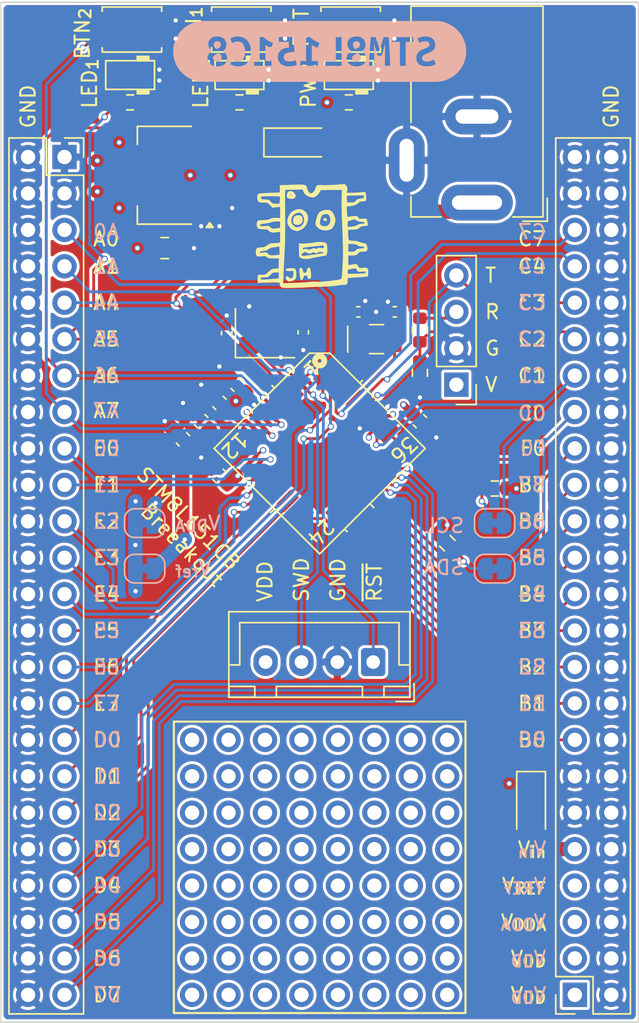
<source format=kicad_pcb>
(kicad_pcb
	(version 20241229)
	(generator "pcbnew")
	(generator_version "9.0")
	(general
		(thickness 1.6)
		(legacy_teardrops no)
	)
	(paper "A4")
	(layers
		(0 "F.Cu" signal)
		(4 "In1.Cu" signal)
		(6 "In2.Cu" signal)
		(2 "B.Cu" signal)
		(9 "F.Adhes" user "F.Adhesive")
		(11 "B.Adhes" user "B.Adhesive")
		(13 "F.Paste" user)
		(15 "B.Paste" user)
		(5 "F.SilkS" user "F.Silkscreen")
		(7 "B.SilkS" user "B.Silkscreen")
		(1 "F.Mask" user)
		(3 "B.Mask" user)
		(17 "Dwgs.User" user "User.Drawings")
		(19 "Cmts.User" user "User.Comments")
		(21 "Eco1.User" user "User.Eco1")
		(23 "Eco2.User" user "User.Eco2")
		(25 "Edge.Cuts" user)
		(27 "Margin" user)
		(31 "F.CrtYd" user "F.Courtyard")
		(29 "B.CrtYd" user "B.Courtyard")
		(35 "F.Fab" user)
		(33 "B.Fab" user)
		(39 "User.1" user)
		(41 "User.2" user)
		(43 "User.3" user)
		(45 "User.4" user)
	)
	(setup
		(stackup
			(layer "F.SilkS"
				(type "Top Silk Screen")
			)
			(layer "F.Paste"
				(type "Top Solder Paste")
			)
			(layer "F.Mask"
				(type "Top Solder Mask")
				(thickness 0.01)
			)
			(layer "F.Cu"
				(type "copper")
				(thickness 0.035)
			)
			(layer "dielectric 1"
				(type "prepreg")
				(thickness 0.1)
				(material "FR4")
				(epsilon_r 4.5)
				(loss_tangent 0.02)
			)
			(layer "In1.Cu"
				(type "copper")
				(thickness 0.035)
			)
			(layer "dielectric 2"
				(type "core")
				(thickness 1.24)
				(material "FR4")
				(epsilon_r 4.5)
				(loss_tangent 0.02)
			)
			(layer "In2.Cu"
				(type "copper")
				(thickness 0.035)
			)
			(layer "dielectric 3"
				(type "prepreg")
				(thickness 0.1)
				(material "FR4")
				(epsilon_r 4.5)
				(loss_tangent 0.02)
			)
			(layer "B.Cu"
				(type "copper")
				(thickness 0.035)
			)
			(layer "B.Mask"
				(type "Bottom Solder Mask")
				(thickness 0.01)
			)
			(layer "B.Paste"
				(type "Bottom Solder Paste")
			)
			(layer "B.SilkS"
				(type "Bottom Silk Screen")
			)
			(copper_finish "None")
			(dielectric_constraints no)
		)
		(pad_to_mask_clearance 0)
		(allow_soldermask_bridges_in_footprints no)
		(tenting front back)
		(pcbplotparams
			(layerselection 0x00000000_00000000_55555555_5755f5ff)
			(plot_on_all_layers_selection 0x00000000_00000000_00000000_00000000)
			(disableapertmacros no)
			(usegerberextensions no)
			(usegerberattributes yes)
			(usegerberadvancedattributes yes)
			(creategerberjobfile yes)
			(dashed_line_dash_ratio 12.000000)
			(dashed_line_gap_ratio 3.000000)
			(svgprecision 4)
			(plotframeref no)
			(mode 1)
			(useauxorigin no)
			(hpglpennumber 1)
			(hpglpenspeed 20)
			(hpglpendiameter 15.000000)
			(pdf_front_fp_property_popups yes)
			(pdf_back_fp_property_popups yes)
			(pdf_metadata yes)
			(pdf_single_document no)
			(dxfpolygonmode yes)
			(dxfimperialunits yes)
			(dxfusepcbnewfont yes)
			(psnegative no)
			(psa4output no)
			(plot_black_and_white yes)
			(sketchpadsonfab no)
			(plotpadnumbers no)
			(hidednponfab no)
			(sketchdnponfab yes)
			(crossoutdnponfab yes)
			(subtractmaskfromsilk no)
			(outputformat 1)
			(mirror no)
			(drillshape 1)
			(scaleselection 1)
			(outputdirectory "")
		)
	)
	(net 0 "")
	(net 1 "GND")
	(net 2 "+3V3")
	(net 3 "/V_{DDA}")
	(net 4 "/V_{REF}")
	(net 5 "/O32_{IN}")
	(net 6 "/O32_{OUT}")
	(net 7 "/OSC_{IN}")
	(net 8 "/OSC_{OUT}")
	(net 9 "Net-(D101-K)")
	(net 10 "Net-(D101-A)")
	(net 11 "/V_{in}")
	(net 12 "/PB_{5}")
	(net 13 "/PB_{1}")
	(net 14 "/PC_{7}")
	(net 15 "/PB_{4}")
	(net 16 "/PB_{6}")
	(net 17 "/BTN_{1}")
	(net 18 "/PC_{3}")
	(net 19 "/PB_{0}")
	(net 20 "/BTN_{2}")
	(net 21 "/PC_{0}")
	(net 22 "/PC_{4}")
	(net 23 "/PB_{2}")
	(net 24 "/LED_{1}")
	(net 25 "/PA_{0}")
	(net 26 "/PC_{1}")
	(net 27 "/PA_{1}")
	(net 28 "/PB_{3}")
	(net 29 "/PC_{2}")
	(net 30 "/PB_{7}")
	(net 31 "/LED_{2}")
	(net 32 "/PD_{5}")
	(net 33 "/PE_{5}")
	(net 34 "/PE_{2}")
	(net 35 "/PD_{0}")
	(net 36 "/PE_{6}")
	(net 37 "/PD_{2}")
	(net 38 "/PD_{6}")
	(net 39 "/PE_{0}")
	(net 40 "/PD_{7}")
	(net 41 "/PE_{3}")
	(net 42 "/PE_{1}")
	(net 43 "/PD_{4}")
	(net 44 "/PF_{0}")
	(net 45 "/PD_{1}")
	(net 46 "/PE_{7}")
	(net 47 "/PD_{3}")
	(net 48 "/PE_{4}")
	(net 49 "Net-(J104-Pin_3)")
	(net 50 "Net-(LED101-A)")
	(net 51 "Net-(LED102-A)")
	(net 52 "Net-(LED103-A)")
	(net 53 "unconnected-(TP105-PadF5)")
	(net 54 "unconnected-(TP105-PadD1)")
	(net 55 "unconnected-(TP105-PadC2)")
	(net 56 "unconnected-(TP105-PadH5)")
	(net 57 "unconnected-(TP105-PadE5)")
	(net 58 "unconnected-(TP105-PadA8)")
	(net 59 "unconnected-(TP105-PadG4)")
	(net 60 "unconnected-(TP105-PadF4)")
	(net 61 "unconnected-(TP105-PadB7)")
	(net 62 "unconnected-(TP105-PadB2)")
	(net 63 "unconnected-(TP105-PadA6)")
	(net 64 "unconnected-(TP105-PadB5)")
	(net 65 "unconnected-(TP105-PadE7)")
	(net 66 "unconnected-(TP105-PadH8)")
	(net 67 "unconnected-(TP105-PadD6)")
	(net 68 "unconnected-(TP105-PadB6)")
	(net 69 "unconnected-(TP105-PadB3)")
	(net 70 "unconnected-(TP105-PadC1)")
	(net 71 "unconnected-(TP105-PadH6)")
	(net 72 "unconnected-(TP105-PadH1)")
	(net 73 "unconnected-(TP105-PadD7)")
	(net 74 "unconnected-(TP105-PadA5)")
	(net 75 "unconnected-(TP105-PadC8)")
	(net 76 "unconnected-(TP105-PadF1)")
	(net 77 "unconnected-(TP105-PadC6)")
	(net 78 "unconnected-(TP105-PadB8)")
	(net 79 "unconnected-(TP105-PadE2)")
	(net 80 "unconnected-(TP105-PadA4)")
	(net 81 "unconnected-(TP105-PadE1)")
	(net 82 "unconnected-(TP105-PadD5)")
	(net 83 "unconnected-(TP105-PadC4)")
	(net 84 "unconnected-(TP105-PadF8)")
	(net 85 "unconnected-(TP105-PadC7)")
	(net 86 "unconnected-(TP105-PadF2)")
	(net 87 "unconnected-(TP105-PadD8)")
	(net 88 "unconnected-(TP105-PadC3)")
	(net 89 "unconnected-(TP105-PadG8)")
	(net 90 "unconnected-(TP105-PadB1)")
	(net 91 "unconnected-(TP105-PadA1)")
	(net 92 "unconnected-(TP105-PadA3)")
	(net 93 "unconnected-(TP105-PadA7)")
	(net 94 "unconnected-(TP105-PadB4)")
	(net 95 "unconnected-(TP105-PadD2)")
	(net 96 "unconnected-(TP105-PadG1)")
	(net 97 "unconnected-(TP105-PadD3)")
	(net 98 "unconnected-(TP105-PadG2)")
	(net 99 "unconnected-(TP105-PadD4)")
	(net 100 "unconnected-(TP105-PadH4)")
	(net 101 "unconnected-(TP105-PadG5)")
	(net 102 "unconnected-(TP105-PadE6)")
	(net 103 "unconnected-(TP105-PadA2)")
	(net 104 "unconnected-(TP105-PadH7)")
	(net 105 "unconnected-(TP105-PadC5)")
	(net 106 "unconnected-(TP105-PadH3)")
	(net 107 "unconnected-(TP105-PadG3)")
	(net 108 "unconnected-(TP105-PadH2)")
	(net 109 "unconnected-(TP105-PadE8)")
	(net 110 "unconnected-(TP105-PadG6)")
	(net 111 "unconnected-(TP105-PadF7)")
	(net 112 "unconnected-(TP105-PadF6)")
	(net 113 "unconnected-(TP105-PadF3)")
	(net 114 "unconnected-(TP105-PadE4)")
	(net 115 "unconnected-(TP105-PadG7)")
	(net 116 "unconnected-(TP105-PadE3)")
	(net 117 "Net-(JP103-A)")
	(net 118 "Net-(JP104-A)")
	(footprint "Resistor_SMD:R_0603_1608Metric" (layer "F.Cu") (at 146.685 50.61 90))
	(footprint "LED_SMD_AKL:LED_0805_2012Metric" (layer "F.Cu") (at 134.112 29.845 180))
	(footprint "Seppl_Logo:Logo_little_guy" (layer "F.Cu") (at 139.192 41.148))
	(footprint "Package_TO_SOT_SMD:SOT-223-3_TabPin2" (layer "F.Cu") (at 128.905 36.83 180))
	(footprint "Capacitor_SMD:C_0402_1005Metric" (layer "F.Cu") (at 138.557 47.78 90))
	(footprint "Resistor_SMD:R_0603_1608Metric" (layer "F.Cu") (at 146.685 47.625 -90))
	(footprint "Crystal:Crystal_SMD_EuroQuartz_EQ161-2Pin_3.2x1.5mm" (layer "F.Cu") (at 143.665 48.26))
	(footprint "LED_SMD_AKL:LED_0805_2012Metric" (layer "F.Cu") (at 126.492 29.845 180))
	(footprint "Capacitor_SMD:C_0603_1608Metric" (layer "F.Cu") (at 146.685 53.975 -45))
	(footprint "Capacitor_SMD:C_0805_2012Metric" (layer "F.Cu") (at 128.905 41.91))
	(footprint "Connector_JST:JST_XH_B4B-XH-A_1x04_P2.50mm_Vertical" (layer "F.Cu") (at 143.43 70.775 180))
	(footprint "Resistor_SMD:R_0603_1608Metric" (layer "F.Cu") (at 151.892 58.674))
	(footprint "Button_Switch_SMD:SW_Push_SPST_NO_Alps_SKRK" (layer "F.Cu") (at 141.859 26.67 180))
	(footprint "Button_Switch_SMD:SW_Push_SPST_NO_Alps_SKRK" (layer "F.Cu") (at 134.239 26.67 180))
	(footprint "Capacitor_SMD:C_0603_1608Metric" (layer "F.Cu") (at 133.985 51.435 135))
	(footprint "Package_QFP_AKL:LQFP-48_7x7mm_P0.5mm" (layer "F.Cu") (at 139.7 55.88 -45))
	(footprint "Capacitor_SMD:C_0603_1608Metric" (layer "F.Cu") (at 131.445 53.975 135))
	(footprint "Crystal:Crystal_SMD_3225-4Pin_3.2x2.5mm" (layer "F.Cu") (at 135.89 47.84))
	(footprint "Capacitor_SMD:C_0402_1005Metric" (layer "F.Cu") (at 142.395 46.355 180))
	(footprint "Connector_PinSocket_2.54mm:PinSocket_2x24_P2.54mm_Vertical" (layer "F.Cu") (at 121.92 35.56))
	(footprint "Capacitor_SMD:C_0603_1608Metric" (layer "F.Cu") (at 132.715 52.705 135))
	(footprint "Capacitor_SMD:C_0402_1005Metric" (layer "F.Cu") (at 133.223 47.84 -90))
	(footprint "Capacitor_SMD:C_0603_1608Metric" (layer "F.Cu") (at 132.715 57.785 135))
	(footprint "Connector_PinSocket_2.54mm:PinSocket_2x24_P2.54mm_Vertical"
		(layer "F.Cu")
		(uuid "b903fe87-9f3c-4dc5-be66-f52d1a4946e5")
		(at 157.48 93.98 180)
		(descr "Through hole straight socket strip, 2x24, 2.54mm pitch, double cols (from Kicad 4.0.7), script generated")
		(tags "Through hole socket strip THT 2x24 2.54mm double row")
		(property "Reference" "J102"
			(at -1.27 -2.77 180)
			(layer "F.SilkS")
			(hide yes)
			(uuid "fecabb95-d5cc-4f54-9000-db827c60c27f")
			(effects
				(font
					(size 1 1)
					(thickness 0.15)
				)
			)
		)
		(property "Value" "Conn_02x24_Odd_Even"
			(at -1.27 61.19 180)
			(layer "F.Fab")
			(hide yes)
			(uuid "60c564cb-9d89-4115-b25e-51ed976f5d18")
			(effects
				(font
					(size 1 1)
					(thickness 0.15)
				)
			)
		)
		(property "Datasheet" ""
			(at 0 0 180)
			(layer "F.Fab")
			(hide yes)
			(uuid "b2e41ed5-fea9-4d8c-97c7-33121dfcf9f5")
			(effects
				(font
					(size 1.27 1.27)
					(thickness 0.15)
				)
			)
		)
		(property "Description" "Generic connector, double row, 02x24, odd/even pin numbering scheme (row 1 odd numbers, row 2 even numbers), script generated (kicad-library-utils/schlib/autogen/connector/)"
			(at 0 0 180)
			(layer "F.Fab")
			(hide yes)
			(uuid "6db39ad3-41f4-4c67-9d3b-e84c5ff62b43")
			(effects
				(font
					(size 1.27 1.27)
					(thickness 0.15)
				)
			)
		)
		(property "LCSC PN" "C27985239"
			(at 0 0 180)
			(unlocked yes)
			(layer "F.Fab")
			(hide yes)
			(uuid "d8a7346c-2c6f-4286-b05e-020a5de1532f")
			(effects
				(font
					(size 1 1)
					(thickness 0.15)
				)
			)
		)
		(property ki_fp_filters "Connector*:*_2x??_*")
		(path "/20d6fd37-59ba-4b61-b6a2-6e0b5093cb48")
		(sheetname "/")
		(sheetfile "stm8l-dev.kicad_sch")
		(attr through_hole)
		(fp_line
			(start 1.33 1.27)
			(end 1.33 59.75)
			(stroke
				(width 0.12)
				(type solid)
			)
			(layer "F.SilkS")
			(uuid "227933ee-c81f-4f5d-8612-b09b574c586a")
		)
		(fp_line
			(start 1.33 -1.33)
			(end 1.33 0)
			(stroke
				(width 0.12)
				(type solid)
			)
			(layer "F.SilkS")
			(uuid "84e77995-f00e-4157-adbe-d8a02a5ae744")
		)
		(fp_line
			(start 0 -1.33)
			(end 1.33 -1.33)
			(stroke
				(width 0.12)
				(type solid)
			)
			(layer "F.SilkS")
			(uuid "ef17abff-f7eb-453e-9a1e-fa0f0a65ab6f")
		)
		(fp_line
			(start -1.27 1.27)
			(end 1.33 1.27)
			(stroke
				(width 0.12)
				(type solid)
			)
			(layer "F.SilkS")
			(uuid "444a30bf-ff98-4a08-b3f0-f2fe7a233e31")
		)
		(fp_line
			(start -1.27 -1.33)
			(end -1.27 1.27)
			(stroke
				(width 0.12)
				(type solid)
			)
			(layer "F.SilkS")
			(uuid "6d64898b-2aca-4acd-a377-ef65d6923d5c")
		)
		(fp_line
			(start -3.87 59.75)
			(end 1.33 59.75)
			(stroke
				(width 0.12)
				(type solid)
			)
			(layer "F.SilkS")
			(uuid "3dbde08f-4ba1-4066-a13a-a99ccd874d85")
		)
		(fp_line
			(start -3.87 -1.33)
			(end -1.27 -1.33)
			(stroke
				(width 0.12)
				(type solid)
			)
			(layer "F.SilkS")
			(uuid "123f4a78-b556-4e9f-a848-b214fe3e101a")
		)
		(fp_line
			(start -3.87 -1.33)
			(end -3.87 59.75)
			(stroke
				(width 0.12)
				(type solid)
			)
			(layer "F.SilkS")
			(uuid "15144d1a-2f73-43c9-a6b8-2c70ef959a82")
		)
		(fp_line
			(start 1.76 60.2)
			(end -4.34 60.2)
			(stroke
				(width 0.05)
				(type solid)
			)
			(layer "F.CrtYd")
			(uuid "eeaf5a63-f35b-4e79-9096-9212aa48a7d1")
		)
		(fp_line
			(start 1.76 -1.8)
			(end 1.76 60.2)
			(stroke
				(width 0.05)
				(type solid)
			)
			(layer "F.CrtYd")
			(uuid "0ca42c58-cb7a-4e9f-94a0-53d084940244")
		)
		(fp_line
			(start -4.34 60.2)
			(end -4.34 -1.8)
			(stroke
				(width 0.05)
				(type solid)
			)
			(layer "F.CrtYd")
			(uuid "31fb050e-e511-42bd-b469-50f4b3ee7bfb")
		)
		(fp_line
			(start -4.34 -1.8)
			(end 1.76 -1.8)
			(stroke
				(width 0.05)
				(type solid)
			)
			(layer "F.CrtYd")
			(uuid "651f85ec-55d8-4be5-a699-4337cb009001")
		)
		(fp_line
			(start 1.27 59.69)
			(end -3.81 59.69)
			(stroke
				(width 0.1)
				(type solid)
			)
			(layer "F.Fab")
			(uuid "5eaa737a-d81e-45b7-92b4-0ff64e53421c")
		)
		(fp_line
			(start 1.27 -0.27)
			(end 1.27 59.69)
			(stroke
				(width 0.1)
				(type solid)
			)
			(layer "F.Fab")
			(uuid "8c1cca53-d996-480f-97a4-2f6cbbe8871e")
		)
		(fp_line
			(start 0.27 -1.27)
			(end 1.27 -0.27)
			(stroke
				(width 0.1)
				(type solid)
			)
			(layer "F.Fab")
			(uuid "72791bee-1d24-4e82-a02c-36df514bd120")
		)
		(fp_line
			(start -3.81 59.69)
			(end -3.81 -1.27)
			(stroke
				(width 0.1)
				(type solid)
			)
			(layer "F.Fab")
			(uuid "82bdd6b9-c5ac-4794-ad97-d73277f9ecda")
		)
		(fp_line
			(start -3.81 -1.27)
			(end 0.27 -1.27)
			(stroke
				(width 0.1)
				(type solid)
			)
			(layer "F.Fab")
			(uuid "a04eff78-cb85-4a63-8e4c-b21cd78be930")
		)
		(fp_text user "${REFERENCE}"
			(at -1.27 29.21 270)
			(layer "F.Fab")
			(uuid "33727cca-8fd9-46cb-8fb8-2cd404ae1e12")
			(effects
				(font
					(size 1 1)
					(thickness 0.15)
				)
			)
		)
		(pad "1" thru_hole rect
			(at 0 0 180)
			(size 1.7 1.7)
			(drill 1)
			(layers "*.Cu" "*.Mask")
			(remove_unused_layers no)
			(net 2 "+3V3")
			(pinfunction "Pin_1")
			(pintype "passive")
			(uuid "4530f1f4-0e94-4416-bdb7-232b2e3c6922")
		)
		(pad "2" thru_hole circle
			(at -2.54 0 180)
			(size 1.7 1.7)
			(drill 1)
			(layers "*.Cu" "*.Mask")
			(remove_unused_layers no)
			(net 1 "GND")
			(pinfunction "Pin_2")
			(pintype "passive")
			(uuid "ebbb3293-25a8-4843-ab6c-9732beddeb5a")
		)
		(pad "3" thru_hole circle
			(at 0 2.54 18
... [1547813 chars truncated]
</source>
